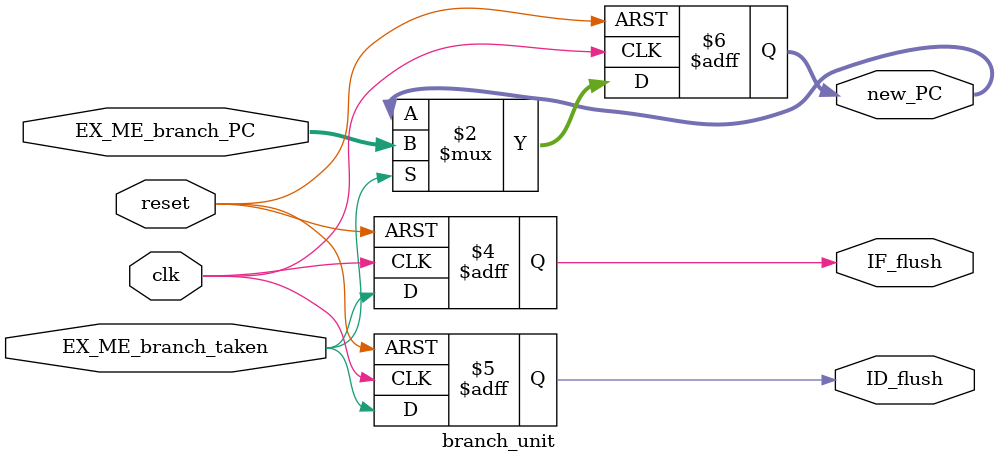
<source format=v>
/*
 * Copyright (c) 2025 Kelly Duong
 * SPDX-License-Identifier: Apache-2.0
 */

 module branch_unit (
    input   wire    clk,      // clock
    input   wire    reset, 

    input   wire    EX_ME_branch_taken,
    input   wire    [31:0]EX_ME_branch_PC,

    output  reg     IF_flush,
    output  reg     ID_flush,
    output  reg     [31:0] new_PC
 );

    always @(posedge clk or posedge reset) begin
        if (reset) begin
            IF_flush <= 1'b0;
            ID_flush <= 1'b0;
            new_PC <= 32'b0;
        end else begin
            IF_flush <= EX_ME_branch_taken;
            ID_flush <= EX_ME_branch_taken;
            if (EX_ME_branch_taken) new_PC <= EX_ME_branch_PC;
        end
    end
endmodule
</source>
